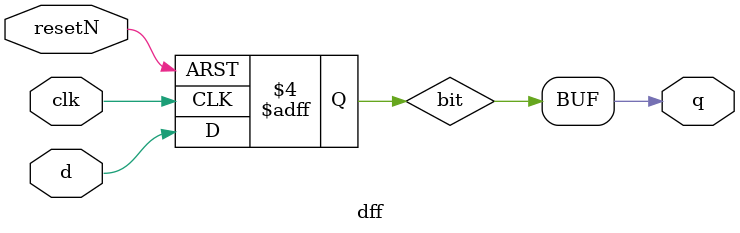
<source format=v>
`timescale 1ns / 1ps

module dff(
    input clk,input d,input resetN,output q);
    reg bit = 1;
    assign q = bit;
    always @ (posedge clk or negedge resetN)
        if (~resetN) bit <= 1'b0;
        else bit <= d;
endmodule

</source>
